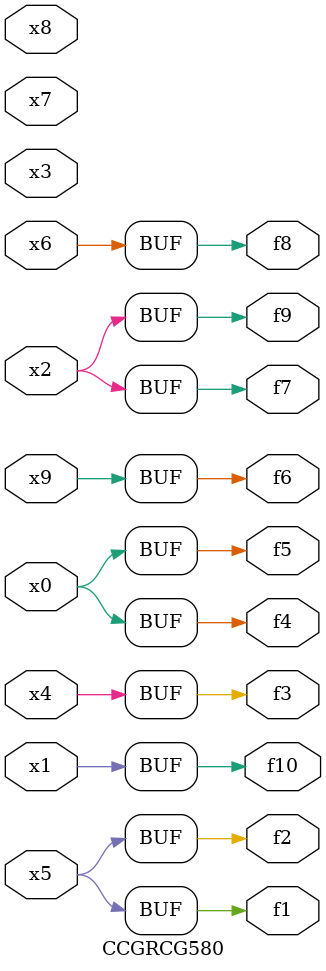
<source format=v>
module CCGRCG580(
	input x0, x1, x2, x3, x4, x5, x6, x7, x8, x9,
	output f1, f2, f3, f4, f5, f6, f7, f8, f9, f10
);
	assign f1 = x5;
	assign f2 = x5;
	assign f3 = x4;
	assign f4 = x0;
	assign f5 = x0;
	assign f6 = x9;
	assign f7 = x2;
	assign f8 = x6;
	assign f9 = x2;
	assign f10 = x1;
endmodule

</source>
